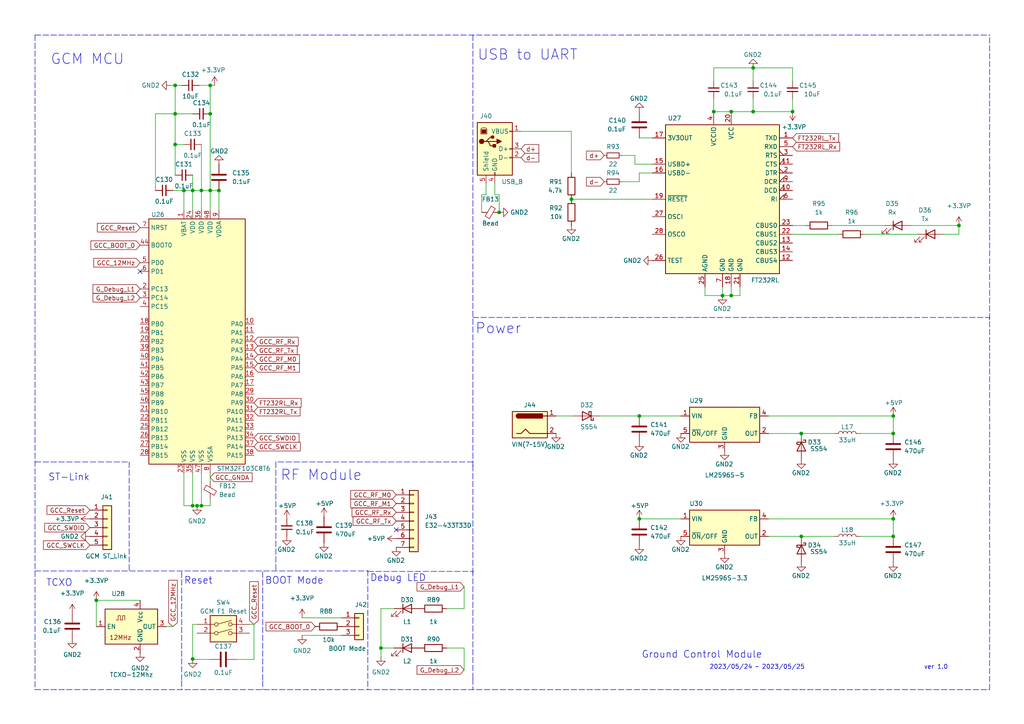
<source format=kicad_sch>
(kicad_sch (version 20250114) (generator "eeschema") (generator_version "9.0")
  (paper "A4")
  (lib_symbols
    (symbol "Connector:Jack-DC" (pin_names (offset 1.016))
      (property "Reference" "J" (at 0 5.334 0))
      (property "Value" "Jack-DC" (at 0 -5.08 0))
      (symbol "Jack-DC_1_1"
        (pin passive line (at 7.62 2.54 180) (length 2.54) (name "~") (number "1"))
        (pin passive line (at 7.62 -2.54 180) (length 2.54) (name "~") (number "2"))
      )
    )
    (symbol "Connector:USB_B" (pin_names (offset 1.016))
      (property "Reference" "J" (at -5.08 11.43 0))
      (property "Value" "USB_B" (at -5.08 8.89 0))
      (symbol "USB_B_1_1"
        (pin passive line (at -2.54 -10.16 90) (length 2.54) (name "Shield") (number "5"))
        (pin power_out line (at 0 -10.16 90) (length 2.54) (name "GND") (number "4"))
        (pin power_out line (at 7.62 5.08 180) (length 2.54) (name "VBUS") (number "1"))
        (pin bidirectional line (at 7.62 0 180) (length 2.54) (name "D+") (number "3"))
        (pin bidirectional line (at 7.62 -2.54 180) (length 2.54) (name "D-") (number "2"))
      )
    )
    (symbol "Connector_Generic:Conn_01x03" (pin_names (offset 1.016) (hide yes))
      (property "Reference" "J" (at 0 5.08 0))
      (property "Value" "Conn_01x03" (at 0 -5.08 0))
      (symbol "Conn_01x03_1_1"
        (pin passive line (at -5.08 2.54 0) (length 3.81) (name "Pin_1") (number "1"))
        (pin passive line (at -5.08 0 0) (length 3.81) (name "Pin_2") (number "2"))
        (pin passive line (at -5.08 -2.54 0) (length 3.81) (name "Pin_3") (number "3"))
      )
    )
    (symbol "Connector_Generic:Conn_01x05" (pin_names (offset 1.016) (hide yes))
      (property "Reference" "J" (at 0 7.62 0))
      (property "Value" "Conn_01x05" (at 0 -7.62 0))
      (symbol "Conn_01x05_1_1"
        (pin passive line (at -5.08 5.08 0) (length 3.81) (name "Pin_1") (number "1"))
        (pin passive line (at -5.08 2.54 0) (length 3.81) (name "Pin_2") (number "2"))
        (pin passive line (at -5.08 0 0) (length 3.81) (name "Pin_3") (number "3"))
        (pin passive line (at -5.08 -2.54 0) (length 3.81) (name "Pin_4") (number "4"))
        (pin passive line (at -5.08 -5.08 0) (length 3.81) (name "Pin_5") (number "5"))
      )
    )
    (symbol "Connector_Generic:Conn_01x07" (pin_names (offset 1.016) (hide yes))
      (property "Reference" "J" (at 0 10.16 0))
      (property "Value" "Conn_01x07" (at 0 -10.16 0))
      (symbol "Conn_01x07_1_1"
        (pin passive line (at -5.08 7.62 0) (length 3.81) (name "Pin_1") (number "1"))
        (pin passive line (at -5.08 5.08 0) (length 3.81) (name "Pin_2") (number "2"))
        (pin passive line (at -5.08 2.54 0) (length 3.81) (name "Pin_3") (number "3"))
        (pin passive line (at -5.08 0 0) (length 3.81) (name "Pin_4") (number "4"))
        (pin passive line (at -5.08 -2.54 0) (length 3.81) (name "Pin_5") (number "5"))
        (pin passive line (at -5.08 -5.08 0) (length 3.81) (name "Pin_6") (number "6"))
        (pin passive line (at -5.08 -7.62 0) (length 3.81) (name "Pin_7") (number "7"))
      )
    )
    (symbol "Device:C" (pin_numbers (hide yes)) (pin_names (offset 0.254))
      (property "Reference" "C" (at 0.635 2.54 0))
      (property "Value" "C" (at 0.635 -2.54 0))
      (symbol "C_1_1"
        (pin passive line (at 0 3.81 270) (length 2.794) (name "~") (number "1"))
        (pin passive line (at 0 -3.81 90) (length 2.794) (name "~") (number "2"))
      )
    )
    (symbol "Device:C_Small" (pin_numbers (hide yes)) (pin_names (offset 0.254) (hide yes))
      (property "Reference" "C" (at 0.254 1.778 0))
      (property "Value" "C_Small" (at 0.254 -2.032 0))
      (symbol "C_Small_1_1"
        (pin passive line (at 0 2.54 270) (length 2.032) (name "~") (number "1"))
        (pin passive line (at 0 -2.54 90) (length 2.032) (name "~") (number "2"))
      )
    )
    (symbol "Device:FerriteBead_Small" (pin_numbers (hide yes)) (pin_names (offset 0))
      (property "Reference" "FB" (at 1.905 1.27 0))
      (property "Value" "FerriteBead_Small" (at 1.905 -1.27 0))
      (symbol "FerriteBead_Small_1_1"
        (pin passive line (at 0 2.54 270) (length 1.27) (name "~") (number "1"))
        (pin passive line (at 0 -2.54 90) (length 1.27) (name "~") (number "2"))
      )
    )
    (symbol "Device:L" (pin_numbers (hide yes)) (pin_names (offset 1.016) (hide yes))
      (property "Reference" "L" (at -1.27 0 90))
      (property "Value" "L" (at 1.905 0 90))
      (symbol "L_1_1"
        (pin passive line (at 0 3.81 270) (length 1.27) (name "1") (number "1"))
        (pin passive line (at 0 -3.81 90) (length 1.27) (name "2") (number "2"))
      )
    )
    (symbol "Device:LED" (pin_numbers (hide yes)) (pin_names (offset 1.016) (hide yes))
      (property "Reference" "D" (at 0 2.54 0))
      (property "Value" "LED" (at 0 -2.54 0))
      (symbol "LED_1_1"
        (pin passive line (at -3.81 0 0) (length 2.54) (name "K") (number "1"))
        (pin passive line (at 3.81 0 180) (length 2.54) (name "A") (number "2"))
      )
    )
    (symbol "Device:R" (pin_numbers (hide yes)) (pin_names (offset 0))
      (property "Reference" "R" (at 2.032 0 90))
      (property "Value" "R" (at 0 0 90))
      (symbol "R_1_1"
        (pin passive line (at 0 3.81 270) (length 1.27) (name "~") (number "1"))
        (pin passive line (at 0 -3.81 90) (length 1.27) (name "~") (number "2"))
      )
    )
    (symbol "Device:R_Small" (pin_numbers (hide yes)) (pin_names (offset 0.254) (hide yes))
      (property "Reference" "R" (at 0.762 0.508 0))
      (property "Value" "R_Small" (at 0.762 -1.016 0))
      (symbol "R_Small_1_1"
        (pin passive line (at 0 2.54 270) (length 0.762) (name "~") (number "1"))
        (pin passive line (at 0 -2.54 90) (length 0.762) (name "~") (number "2"))
      )
    )
    (symbol "Diode:1N5821" (pin_numbers (hide yes)) (pin_names (offset 1.016) (hide yes))
      (property "Reference" "D" (at 0 2.54 0))
      (property "Value" "1N5821" (at 0 -2.54 0))
      (symbol "1N5821_1_1"
        (pin passive line (at -3.81 0 0) (length 2.54) (name "K") (number "1"))
        (pin passive line (at 3.81 0 180) (length 2.54) (name "A") (number "2"))
      )
    )
    (symbol "Interface_USB:FT232RL"
      (property "Reference" "U" (at -16.51 22.86 0))
      (property "Value" "FT232RL" (at 10.16 22.86 0))
      (symbol "FT232RL_1_1"
        (pin power_out line (at -20.32 17.78 0) (length 3.81) (name "3V3OUT") (number "17"))
        (pin bidirectional line (at -20.32 10.16 0) (length 3.81) (name "USBD+") (number "15"))
        (pin bidirectional line (at -20.32 7.62 0) (length 3.81) (name "USBD-") (number "16"))
        (pin input line (at -20.32 0 0) (length 3.81) (name "~{RESET}") (number "19"))
        (pin input line (at -20.32 -5.08 0) (length 3.81) (name "OSCI") (number "27"))
        (pin output line (at -20.32 -10.16 0) (length 3.81) (name "OSCO") (number "28"))
        (pin input line (at -20.32 -17.78 0) (length 3.81) (name "TEST") (number "26"))
        (pin power_in line (at -5.08 -25.4 90) (length 3.81) (name "AGND") (number "25"))
        (pin power_in line (at -2.54 25.4 270) (length 3.81) (name "VCCIO") (number "4"))
        (pin power_in line (at 0 -25.4 90) (length 3.81) (name "GND") (number "7"))
        (pin power_in line (at 2.54 25.4 270) (length 3.81) (name "VCC") (number "20"))
        (pin power_in line (at 2.54 -25.4 90) (length 3.81) (name "GND") (number "18"))
        (pin power_in line (at 5.08 -25.4 90) (length 3.81) (name "GND") (number "21"))
        (pin output line (at 20.32 17.78 180) (length 3.81) (name "TXD") (number "1"))
        (pin input line (at 20.32 15.24 180) (length 3.81) (name "RXD") (number "5"))
        (pin output output_low (at 20.32 12.7 180) (length 3.81) (name "RTS") (number "3"))
        (pin input input_low (at 20.32 10.16 180) (length 3.81) (name "CTS") (number "11"))
        (pin output output_low (at 20.32 7.62 180) (length 3.81) (name "DTR") (number "2"))
        (pin input input_low (at 20.32 5.08 180) (length 3.81) (name "DCR") (number "9"))
        (pin input input_low (at 20.32 2.54 180) (length 3.81) (name "DCD") (number "10"))
        (pin input input_low (at 20.32 0 180) (length 3.81) (name "RI") (number "6"))
        (pin bidirectional line (at 20.32 -7.62 180) (length 3.81) (name "CBUS0") (number "23"))
        (pin bidirectional line (at 20.32 -10.16 180) (length 3.81) (name "CBUS1") (number "22"))
        (pin bidirectional line (at 20.32 -12.7 180) (length 3.81) (name "CBUS2") (number "13"))
        (pin bidirectional line (at 20.32 -15.24 180) (length 3.81) (name "CBUS3") (number "14"))
        (pin bidirectional line (at 20.32 -17.78 180) (length 3.81) (name "CBUS4") (number "12"))
      )
    )
    (symbol "MCU_ST_STM32F1:STM32F103C8Tx"
      (property "Reference" "U" (at -15.24 36.83 0))
      (property "Value" "STM32F103C8Tx" (at 7.62 36.83 0))
      (symbol "STM32F103C8Tx_1_1"
        (pin input line (at -17.78 33.02 0) (length 2.54) (name "NRST") (number "7"))
        (pin input line (at -17.78 27.94 0) (length 2.54) (name "BOOT0") (number "44"))
        (pin input line (at -17.78 22.86 0) (length 2.54) (name "PD0") (number "5"))
        (pin input line (at -17.78 20.32 0) (length 2.54) (name "PD1") (number "6"))
        (pin bidirectional line (at -17.78 15.24 0) (length 2.54) (name "PC13") (number "2"))
        (pin bidirectional line (at -17.78 12.7 0) (length 2.54) (name "PC14") (number "3"))
        (pin bidirectional line (at -17.78 10.16 0) (length 2.54) (name "PC15") (number "4"))
        (pin bidirectional line (at -17.78 5.08 0) (length 2.54) (name "PB0") (number "18"))
        (pin bidirectional line (at -17.78 2.54 0) (length 2.54) (name "PB1") (number "19"))
        (pin bidirectional line (at -17.78 0 0) (length 2.54) (name "PB2") (number "20"))
        (pin bidirectional line (at -17.78 -2.54 0) (length 2.54) (name "PB3") (number "39"))
        (pin bidirectional line (at -17.78 -5.08 0) (length 2.54) (name "PB4") (number "40"))
        (pin bidirectional line (at -17.78 -7.62 0) (length 2.54) (name "PB5") (number "41"))
        (pin bidirectional line (at -17.78 -10.16 0) (length 2.54) (name "PB6") (number "42"))
        (pin bidirectional line (at -17.78 -12.7 0) (length 2.54) (name "PB7") (number "43"))
        (pin bidirectional line (at -17.78 -15.24 0) (length 2.54) (name "PB8") (number "45"))
        (pin bidirectional line (at -17.78 -17.78 0) (length 2.54) (name "PB9") (number "46"))
        (pin bidirectional line (at -17.78 -20.32 0) (length 2.54) (name "PB10") (number "21"))
        (pin bidirectional line (at -17.78 -22.86 0) (length 2.54) (name "PB11") (number "22"))
        (pin bidirectional line (at -17.78 -25.4 0) (length 2.54) (name "PB12") (number "25"))
        (pin bidirectional line (at -17.78 -27.94 0) (length 2.54) (name "PB13") (number "26"))
        (pin bidirectional line (at -17.78 -30.48 0) (length 2.54) (name "PB14") (number "27"))
        (pin bidirectional line (at -17.78 -33.02 0) (length 2.54) (name "PB15") (number "28"))
        (pin power_in line (at -5.08 38.1 270) (length 2.54) (name "VBAT") (number "1"))
        (pin power_in line (at -5.08 -38.1 90) (length 2.54) (name "VSS") (number "23"))
        (pin power_in line (at -2.54 38.1 270) (length 2.54) (name "VDD") (number "24"))
        (pin power_in line (at -2.54 -38.1 90) (length 2.54) (name "VSS") (number "35"))
        (pin power_in line (at 0 38.1 270) (length 2.54) (name "VDD") (number "36"))
        (pin power_in line (at 0 -38.1 90) (length 2.54) (name "VSS") (number "47"))
        (pin power_in line (at 2.54 38.1 270) (length 2.54) (name "VDD") (number "48"))
        (pin power_in line (at 2.54 -38.1 90) (length 2.54) (name "VSSA") (number "8"))
        (pin power_in line (at 5.08 38.1 270) (length 2.54) (name "VDDA") (number "9"))
        (pin bidirectional line (at 15.24 5.08 180) (length 2.54) (name "PA0") (number "10"))
        (pin bidirectional line (at 15.24 2.54 180) (length 2.54) (name "PA1") (number "11"))
        (pin bidirectional line (at 15.24 0 180) (length 2.54) (name "PA2") (number "12"))
        (pin bidirectional line (at 15.24 -2.54 180) (length 2.54) (name "PA3") (number "13"))
        (pin bidirectional line (at 15.24 -5.08 180) (length 2.54) (name "PA4") (number "14"))
        (pin bidirectional line (at 15.24 -7.62 180) (length 2.54) (name "PA5") (number "15"))
        (pin bidirectional line (at 15.24 -10.16 180) (length 2.54) (name "PA6") (number "16"))
        (pin bidirectional line (at 15.24 -12.7 180) (length 2.54) (name "PA7") (number "17"))
        (pin bidirectional line (at 15.24 -15.24 180) (length 2.54) (name "PA8") (number "29"))
        (pin bidirectional line (at 15.24 -17.78 180) (length 2.54) (name "PA9") (number "30"))
        (pin bidirectional line (at 15.24 -20.32 180) (length 2.54) (name "PA10") (number "31"))
        (pin bidirectional line (at 15.24 -22.86 180) (length 2.54) (name "PA11") (number "32"))
        (pin bidirectional line (at 15.24 -25.4 180) (length 2.54) (name "PA12") (number "33"))
        (pin bidirectional line (at 15.24 -27.94 180) (length 2.54) (name "PA13") (number "34"))
        (pin bidirectional line (at 15.24 -30.48 180) (length 2.54) (name "PA14") (number "37"))
        (pin bidirectional line (at 15.24 -33.02 180) (length 2.54) (name "PA15") (number "38"))
      )
    )
    (symbol "MY_CLK:TCXO-12MHz_3OUT"
      (property "Reference" "U" (at -6.35 7.62 0))
      (property "Value" "TCXO-12MHz_3OUT" (at 0 -11.43 0))
      (symbol "TCXO-12MHz_3OUT_0_0"
        (text "12MHz" (at -3.175 -3.175 0) (effects (font (size 1.27 1.27))))
      )
      (symbol "TCXO-12MHz_3OUT_1_1"
        (pin input line (at -10.16 0 0) (length 2.54) (name "EN") (number "1"))
        (pin power_in line (at 2.54 7.62 270) (length 2.54) (name "Vcc") (number "4"))
        (pin power_in line (at 2.54 -7.62 90) (length 2.54) (name "GND") (number "2"))
        (pin output line (at 10.16 0 180) (length 2.54) (name "OUT") (number "3"))
      )
    )
    (symbol "Regulator_Switching:LM2596S-3.3"
      (property "Reference" "U" (at -10.16 6.35 0))
      (property "Value" "LM2596S-3.3" (at 0 6.35 0))
      (symbol "LM2596S-3.3_1_1"
        (pin power_in line (at -12.7 2.54 0) (length 2.54) (name "VIN") (number "1"))
        (pin input line (at -12.7 -2.54 0) (length 2.54) (name "~{ON}/OFF") (number "5"))
        (pin power_in line (at 0 -7.62 90) (length 2.54) (name "GND") (number "3"))
        (pin input line (at 12.7 2.54 180) (length 2.54) (name "FB") (number "4"))
        (pin output line (at 12.7 -2.54 180) (length 2.54) (name "OUT") (number "2"))
      )
    )
    (symbol "Regulator_Switching:LM2596S-5"
      (property "Reference" "U" (at -10.16 6.35 0))
      (property "Value" "LM2596S-5" (at 0 6.35 0))
      (symbol "LM2596S-5_1_1"
        (pin power_in line (at -12.7 2.54 0) (length 2.54) (name "VIN") (number "1"))
        (pin input line (at -12.7 -2.54 0) (length 2.54) (name "~{ON}/OFF") (number "5"))
        (pin power_in line (at 0 -7.62 90) (length 2.54) (name "GND") (number "3"))
        (pin input line (at 12.7 2.54 180) (length 2.54) (name "FB") (number "4"))
        (pin output line (at 12.7 -2.54 180) (length 2.54) (name "OUT") (number "2"))
      )
    )
    (symbol "Switch:SW_DIP_x02" (pin_names (offset 0) (hide yes))
      (property "Reference" "SW" (at 0 6.35 0))
      (property "Value" "SW_DIP_x02" (at 0 -3.81 0))
      (symbol "SW_DIP_x02_1_1"
        (pin passive line (at -7.62 2.54 0) (length 5.08) (name "~") (number "1"))
        (pin passive line (at -7.62 0 0) (length 5.08) (name "~") (number "2"))
        (pin passive line (at 7.62 2.54 180) (length 5.08) (name "~") (number "4"))
        (pin passive line (at 7.62 0 180) (length 5.08) (name "~") (number "3"))
      )
    )
    (symbol "power:+3.3VP" (power) (pin_names (offset 0))
      (property "Value" "+3.3VP" (at 0 2.54 0))
      (symbol "+3.3VP_0_0"
        (pin power_in line (at 0 0 90) (length 0) (hide yes) (name "+3.3VP") (number "1"))
      )
    )
    (symbol "power:+5VP" (power) (pin_names (offset 0))
      (property "Value" "+5VP" (at 0 3.556 0))
      (symbol "+5VP_1_1"
        (pin power_in line (at 0 0 90) (length 0) (hide yes) (name "+5VP") (number "1"))
      )
    )
    (symbol "power:GND2" (power) (pin_names (offset 0))
      (property "Value" "GND2" (at 0 -3.81 0))
      (symbol "GND2_1_1"
        (pin power_in line (at 0 0 270) (length 0) (hide yes) (name "GND2") (number "1"))
      )
    )
  )
  (text "BOOT Mode" (at 76.835 169.672 0) (effects (font (size 2 2)) (justify left bottom)))
  (text "Ground Control Module" (at 186.055 191.135 0) (effects (font (size 2 2)) (justify left bottom)))
  (text "2023/05/24 ~ 2023/05/25" (at 205.74 194.31 0) (effects (font (size 1.27 1.27)) (justify left bottom)))
  (text "RF Module" (at 81.28 139.7 0) (effects (font (size 3 3)) (justify left bottom)))
  (text "ST-Link" (at 13.97 139.7 0) (effects (font (size 2 2)) (justify left bottom)))
  (text "Reset" (at 53.34 169.672 0) (effects (font (size 2 2)) (justify left bottom)))
  (text "TCXO" (at 13.335 170.307 0) (effects (font (size 2 2)) (justify left bottom)))
  (text "ver 1.0" (at 267.97 194.31 0) (effects (font (size 1.27 1.27)) (justify left bottom)))
  (text "Debug LED" (at 107.315 168.91 0) (effects (font (size 2 2)) (justify left bottom)))
  (text "GCM MCU" (at 14.605 19.05 0) (effects (font (size 3 3)) (justify left bottom)))
  (text "USB to UART" (at 138.43 17.78 0) (effects (font (size 3 3)) (justify left bottom)))
  (text "Power" (at 137.795 97.155 0) (effects (font (size 3 3)) (justify left bottom)))
  (junction (at 58.42 55.245))
  (junction (at 212.09 32.385))
  (junction (at 232.41 155.575))
  (junction (at 185.42 120.65))
  (junction (at 207.01 32.385))
  (junction (at 58.42 146.685))
  (junction (at 57.15 146.685))
  (junction (at 110.49 187.96))
  (junction (at 259.08 125.73))
  (junction (at 259.08 120.65))
  (junction (at 278.13 65.405))
  (junction (at 209.55 85.725))
  (junction (at 27.94 174.117))
  (junction (at 55.88 191.135))
  (junction (at 218.44 19.685))
  (junction (at 50.8 24.765))
  (junction (at 60.96 33.02))
  (junction (at 229.87 32.385))
  (junction (at 185.42 150.495))
  (junction (at 60.96 24.765))
  (junction (at 53.34 55.245))
  (junction (at 232.41 125.73))
  (junction (at 165.735 57.785))
  (junction (at 55.88 55.245))
  (junction (at 50.8 41.91))
  (junction (at 144.78 61.595))
  (junction (at 212.09 85.725))
  (junction (at 60.96 55.245))
  (junction (at 259.08 150.495))
  (junction (at 218.44 32.385))
  (junction (at 259.08 155.575))
  (junction (at 55.88 146.685))
  (junction (at 63.5 55.245))
  (junction (at 50.8 33.02))
  (no_connect (at 40.64 78.74))
  (no_connect (at 114.935 153.67))
  (wire (pts (xy 49.53 24.765) (xy 50.8 24.765)))
  (wire (pts (xy 27.94 181.737) (xy 27.94 174.117)))
  (wire (pts (xy 241.3 65.405) (xy 256.54 65.405)))
  (wire (pts (xy 55.88 191.135) (xy 55.88 191.262)))
  (wire (pts (xy 134.62 194.31) (xy 134.62 187.96)))
  (wire (pts (xy 55.88 191.262) (xy 60.96 191.262)))
  (wire (pts (xy 110.49 187.96) (xy 110.49 176.53)))
  (wire (pts (xy 229.87 67.945) (xy 243.205 67.945)))
  (wire (pts (xy 259.08 150.495) (xy 259.08 155.575)))
  (wire (pts (xy 134.62 170.18) (xy 134.62 176.53)))
  (wire (pts (xy 134.62 187.96) (xy 129.54 187.96)))
  (wire (pts (xy 143.51 56.515) (xy 144.78 56.515)))
  (wire (pts (xy 249.555 155.575) (xy 259.08 155.575)))
  (wire (pts (xy 58.42 55.245) (xy 58.42 60.96)))
  (wire (pts (xy 212.09 85.725) (xy 214.63 85.725)))
  (polyline (pts (xy 106.68 165.735) (xy 137.16 165.735)) (stroke (width 0) (type dash)))
  (wire (pts (xy 222.885 125.73) (xy 232.41 125.73)))
  (wire (pts (xy 218.44 19.685) (xy 229.87 19.685)))
  (wire (pts (xy 53.34 55.245) (xy 53.34 60.96)))
  (wire (pts (xy 207.01 19.685) (xy 218.44 19.685)))
  (wire (pts (xy 50.165 55.245) (xy 53.34 55.245)))
  (polyline (pts (xy 37.465 133.985) (xy 37.465 165.735)) (stroke (width 0) (type dash)))
  (polyline (pts (xy 52.705 197.485) (xy 52.705 200.025)) (stroke (width 0) (type dash)))
  (wire (pts (xy 249.555 125.73) (xy 259.08 125.73)))
  (wire (pts (xy 214.63 85.725) (xy 214.63 83.185)))
  (wire (pts (xy 232.41 125.73) (xy 241.935 125.73)))
  (wire (pts (xy 55.88 55.245) (xy 55.88 60.96)))
  (polyline (pts (xy 10.16 10.16) (xy 287.02 10.16)) (stroke (width 0) (type dash)))
  (polyline (pts (xy 10.16 10.16) (xy 10.16 200.025)) (stroke (width 0) (type dash)))
  (wire (pts (xy 110.49 176.53) (xy 114.3 176.53)))
  (wire (pts (xy 60.96 146.685) (xy 60.96 144.78)))
  (polyline (pts (xy 106.68 196.85) (xy 106.68 165.1)) (stroke (width 0) (type dash)))
  (wire (pts (xy 55.88 181.102) (xy 55.88 191.135)))
  (wire (pts (xy 222.885 120.65) (xy 259.08 120.65)))
  (wire (pts (xy 110.49 187.96) (xy 114.3 187.96)))
  (wire (pts (xy 204.47 85.725) (xy 209.55 85.725)))
  (wire (pts (xy 185.42 150.495) (xy 197.485 150.495)))
  (wire (pts (xy 53.34 146.685) (xy 55.88 146.685)))
  (wire (pts (xy 209.55 83.185) (xy 209.55 85.725)))
  (polyline (pts (xy 137.16 135.255) (xy 137.16 133.985)) (stroke (width 0) (type dash)))
  (wire (pts (xy 229.87 23.495) (xy 229.87 19.685)))
  (wire (pts (xy 50.8 33.02) (xy 50.8 41.91)))
  (wire (pts (xy 27.94 174.117) (xy 40.64 174.117)))
  (wire (pts (xy 58.42 55.245) (xy 60.96 55.245)))
  (wire (pts (xy 50.8 33.02) (xy 55.88 33.02)))
  (wire (pts (xy 55.88 50.8) (xy 55.88 55.245)))
  (wire (pts (xy 87.63 184.277) (xy 99.06 184.277)))
  (wire (pts (xy 60.96 33.02) (xy 60.96 55.245)))
  (wire (pts (xy 55.88 55.245) (xy 58.42 55.245)))
  (wire (pts (xy 273.685 67.945) (xy 278.13 67.945)))
  (wire (pts (xy 180.34 52.705) (xy 185.42 52.705)))
  (polyline (pts (xy 137.16 10.16) (xy 137.16 133.985)) (stroke (width 0) (type dash)))
  (wire (pts (xy 173.99 120.65) (xy 185.42 120.65)))
  (polyline (pts (xy 137.16 166.37) (xy 137.16 134.62)) (stroke (width 0) (type dash)))
  (polyline (pts (xy 10.16 133.985) (xy 37.465 133.985)) (stroke (width 0) (type dash)))
  (polyline (pts (xy 137.16 196.85) (xy 137.16 165.1)) (stroke (width 0) (type dash)))
  (wire (pts (xy 185.42 40.005) (xy 189.23 40.005)))
  (wire (pts (xy 62.23 24.765) (xy 60.96 24.765)))
  (polyline (pts (xy 137.16 196.85) (xy 137.16 200.025)) (stroke (width 0) (type dash)))
  (wire (pts (xy 63.5 55.245) (xy 63.5 60.96)))
  (wire (pts (xy 264.16 65.405) (xy 278.13 65.405)))
  (polyline (pts (xy 76.2 165.862) (xy 76.2 197.612)) (stroke (width 0) (type dash)))
  (wire (pts (xy 60.96 55.245) (xy 60.96 60.96)))
  (wire (pts (xy 60.96 24.765) (xy 60.96 33.02)))
  (wire (pts (xy 250.825 67.945) (xy 266.065 67.945)))
  (wire (pts (xy 218.44 19.685) (xy 218.44 23.495)))
  (wire (pts (xy 212.09 32.385) (xy 218.44 32.385)))
  (wire (pts (xy 207.01 19.685) (xy 207.01 23.495)))
  (wire (pts (xy 204.47 83.185) (xy 204.47 85.725)))
  (wire (pts (xy 60.96 137.16) (xy 60.96 139.7)))
  (wire (pts (xy 140.97 56.515) (xy 140.97 53.34)))
  (wire (pts (xy 50.8 41.91) (xy 53.34 41.91)))
  (wire (pts (xy 50.8 24.765) (xy 52.705 24.765)))
  (wire (pts (xy 45.085 33.02) (xy 50.8 33.02)))
  (wire (pts (xy 161.29 120.65) (xy 166.37 120.65)))
  (wire (pts (xy 58.42 146.685) (xy 60.96 146.685)))
  (wire (pts (xy 87.63 179.197) (xy 99.06 179.197)))
  (polyline (pts (xy 137.16 92.075) (xy 287.02 92.075)) (stroke (width 0) (type dash)))
  (wire (pts (xy 259.08 120.65) (xy 259.08 125.73)))
  (wire (pts (xy 53.34 137.16) (xy 53.34 146.685)))
  (wire (pts (xy 232.41 155.575) (xy 241.935 155.575)))
  (wire (pts (xy 73.66 181.102) (xy 73.66 191.262)))
  (polyline (pts (xy 106.68 197.485) (xy 106.68 200.025)) (stroke (width 0) (type dash)))
  (wire (pts (xy 57.785 24.765) (xy 60.96 24.765)))
  (wire (pts (xy 48.26 181.737) (xy 50.165 181.737)))
  (wire (pts (xy 209.55 85.725) (xy 212.09 85.725)))
  (polyline (pts (xy 52.705 165.862) (xy 52.705 197.612)) (stroke (width 0) (type dash)))
  (wire (pts (xy 222.885 155.575) (xy 232.41 155.575)))
  (wire (pts (xy 139.7 56.515) (xy 140.97 56.515)))
  (wire (pts (xy 57.15 146.685) (xy 58.42 146.685)))
  (wire (pts (xy 165.735 57.785) (xy 189.23 57.785)))
  (wire (pts (xy 212.09 83.185) (xy 212.09 85.725)))
  (polyline (pts (xy 137.16 133.985) (xy 80.01 133.985)) (stroke (width 0) (type dash)))
  (wire (pts (xy 184.15 47.625) (xy 184.15 45.085)))
  (wire (pts (xy 57.15 181.102) (xy 55.88 181.102)))
  (wire (pts (xy 189.23 47.625) (xy 184.15 47.625)))
  (polyline (pts (xy 10.16 165.608) (xy 106.68 165.608)) (stroke (width 0) (type dash)))
  (wire (pts (xy 185.42 52.705) (xy 185.42 50.165)))
  (polyline (pts (xy 76.2 197.485) (xy 76.2 200.025)) (stroke (width 0) (type dash)))
  (wire (pts (xy 185.42 120.65) (xy 197.485 120.65)))
  (polyline (pts (xy 287.02 92.075) (xy 287.02 92.71)) (stroke (width 0) (type dash)))
  (polyline (pts (xy 80.01 133.985) (xy 80.01 165.735)) (stroke (width 0) (type dash)))
  (wire (pts (xy 73.66 191.262) (xy 68.58 191.262)))
  (wire (pts (xy 185.42 50.165) (xy 189.23 50.165)))
  (wire (pts (xy 53.34 55.245) (xy 55.88 55.245)))
  (wire (pts (xy 50.8 41.91) (xy 50.8 50.8)))
  (wire (pts (xy 278.13 65.405) (xy 278.13 67.945)))
  (wire (pts (xy 110.49 190.5) (xy 110.49 187.96)))
  (wire (pts (xy 184.15 45.085) (xy 180.34 45.085)))
  (wire (pts (xy 50.8 24.765) (xy 50.8 33.02)))
  (wire (pts (xy 60.96 55.245) (xy 63.5 55.245)))
  (wire (pts (xy 165.735 50.165) (xy 165.735 38.1)))
  (wire (pts (xy 207.01 32.385) (xy 212.09 32.385)))
  (wire (pts (xy 58.42 137.16) (xy 58.42 146.685)))
  (wire (pts (xy 134.62 176.53) (xy 129.54 176.53)))
  (wire (pts (xy 207.01 28.575) (xy 207.01 32.385)))
  (wire (pts (xy 144.78 56.515) (xy 144.78 61.595)))
  (wire (pts (xy 229.87 32.385) (xy 229.87 28.575)))
  (wire (pts (xy 139.7 61.595) (xy 139.7 56.515)))
  (wire (pts (xy 55.88 137.16) (xy 55.88 146.685)))
  (polyline (pts (xy 287.02 200.025) (xy 287.02 10.16)) (stroke (width 0) (type dash)))
  (wire (pts (xy 72.39 181.102) (xy 73.66 181.102)))
  (wire (pts (xy 218.44 32.385) (xy 229.87 32.385)))
  (wire (pts (xy 229.87 65.405) (xy 233.68 65.405)))
  (wire (pts (xy 218.44 28.575) (xy 218.44 32.385)))
  (wire (pts (xy 45.085 55.245) (xy 45.085 33.02)))
  (wire (pts (xy 58.42 41.91) (xy 58.42 55.245)))
  (wire (pts (xy 143.51 53.34) (xy 143.51 56.515)))
  (wire (pts (xy 222.885 150.495) (xy 259.08 150.495)))
  (polyline (pts (xy 10.16 200.025) (xy 287.02 200.025)) (stroke (width 0) (type dash)))
  (wire (pts (xy 55.88 146.685) (xy 57.15 146.685)))
  (wire (pts (xy 165.735 38.1) (xy 151.13 38.1)))
  (global_label "GCC_SWCLK" (shape input) (at 26.035 158.115 180) (property "Intersheetrefs" "${INTERSHEET_REFS}" (effects (hide yes))))
  (global_label "G_Debug_L2" (shape input) (at 40.64 86.36 180) (property "Intersheetrefs" "${INTERSHEET_REFS}" (effects (hide yes))))
  (global_label "G_Debug_L2" (shape input) (at 134.62 194.31 180) (property "Intersheetrefs" "${INTERSHEET_REFS}" (effects (hide yes))))
  (global_label "FT232RL_Rx" (shape input) (at 73.66 116.84 0) (property "Intersheetrefs" "${INTERSHEET_REFS}" (effects (hide yes))))
  (global_label "G_Debug_L1" (shape input) (at 134.62 170.18 180) (property "Intersheetrefs" "${INTERSHEET_REFS}" (effects (hide yes))))
  (global_label "GCC_RF_Tx" (shape input) (at 73.66 101.6 0) (property "Intersheetrefs" "${INTERSHEET_REFS}" (effects (hide yes))))
  (global_label "GCC_RF_Rx" (shape input) (at 73.66 99.06 0) (property "Intersheetrefs" "${INTERSHEET_REFS}" (effects (hide yes))))
  (global_label "GCC_12MHz" (shape input) (at 40.64 76.2 180) (property "Intersheetrefs" "${INTERSHEET_REFS}" (effects (hide yes))))
  (global_label "GCC_SWCLK" (shape input) (at 73.66 129.54 0) (property "Intersheetrefs" "${INTERSHEET_REFS}" (effects (hide yes))))
  (global_label "GCC_SWDIO" (shape input) (at 26.035 153.035 180) (property "Intersheetrefs" "${INTERSHEET_REFS}" (effects (hide yes))))
  (global_label "d-" (shape input) (at 151.13 45.72 0) (property "Intersheetrefs" "${INTERSHEET_REFS}" (effects (hide yes))))
  (global_label "FT232RL_Rx" (shape input) (at 229.87 42.545 0) (property "Intersheetrefs" "${INTERSHEET_REFS}" (effects (hide yes))))
  (global_label "GCC_BOOT_0" (shape input) (at 91.44 181.737 180) (property "Intersheetrefs" "${INTERSHEET_REFS}" (effects (hide yes))))
  (global_label "GCC_12MHz" (shape input) (at 50.165 181.737 90) (property "Intersheetrefs" "${INTERSHEET_REFS}" (effects (hide yes))))
  (global_label "d+" (shape input) (at 151.13 43.18 0) (property "Intersheetrefs" "${INTERSHEET_REFS}" (effects (hide yes))))
  (global_label "d-" (shape input) (at 175.26 52.705 180) (property "Intersheetrefs" "${INTERSHEET_REFS}" (effects (hide yes))))
  (global_label "G_Debug_L1" (shape input) (at 40.64 83.82 180) (property "Intersheetrefs" "${INTERSHEET_REFS}" (effects (hide yes))))
  (global_label "GCC_RF_M0" (shape input) (at 114.935 143.51 180) (property "Intersheetrefs" "${INTERSHEET_REFS}" (effects (hide yes))))
  (global_label "FT232RL_Tx" (shape input) (at 229.87 40.005 0) (property "Intersheetrefs" "${INTERSHEET_REFS}" (effects (hide yes))))
  (global_label "FT232RL_Tx" (shape input) (at 73.66 119.38 0) (property "Intersheetrefs" "${INTERSHEET_REFS}" (effects (hide yes))))
  (global_label "GCC_GNDA" (shape input) (at 60.96 138.43 0) (property "Intersheetrefs" "${INTERSHEET_REFS}" (effects (hide yes))))
  (global_label "GCC_RF_M1" (shape input) (at 73.66 106.68 0) (property "Intersheetrefs" "${INTERSHEET_REFS}" (effects (hide yes))))
  (global_label "d+" (shape input) (at 175.26 45.085 180) (property "Intersheetrefs" "${INTERSHEET_REFS}" (effects (hide yes))))
  (global_label "GCC_RF_Tx" (shape input) (at 114.935 151.13 180) (property "Intersheetrefs" "${INTERSHEET_REFS}" (effects (hide yes))))
  (global_label "GCC_BOOT_0" (shape input) (at 40.64 71.12 180) (property "Intersheetrefs" "${INTERSHEET_REFS}" (effects (hide yes))))
  (global_label "GCC_Reset" (shape input) (at 40.64 66.04 180) (property "Intersheetrefs" "${INTERSHEET_REFS}" (effects (hide yes))))
  (global_label "GCC_RF_Rx" (shape input) (at 114.935 148.59 180) (property "Intersheetrefs" "${INTERSHEET_REFS}" (effects (hide yes))))
  (global_label "GCC_Reset" (shape input) (at 26.035 147.955 180) (property "Intersheetrefs" "${INTERSHEET_REFS}" (effects (hide yes))))
  (global_label "GCC_RF_M0" (shape input) (at 73.66 104.14 0) (property "Intersheetrefs" "${INTERSHEET_REFS}" (effects (hide yes))))
  (global_label "GCC_SWDIO" (shape input) (at 73.66 127 0) (property "Intersheetrefs" "${INTERSHEET_REFS}" (effects (hide yes))))
  (global_label "GCC_Reset" (shape input) (at 73.66 181.102 90) (property "Intersheetrefs" "${INTERSHEET_REFS}" (effects (hide yes))))
  (global_label "GCC_RF_M1" (shape input) (at 114.935 146.05 180) (property "Intersheetrefs" "${INTERSHEET_REFS}" (effects (hide yes))))
  (symbol (lib_id "power:+3.3VP") (at 62.23 24.765 0) (unit 1)
    (property "Reference" "#PWR0437" (effects (hide yes)))
    (property "Value" "+3.3VP" (at 65.405 20.32 0) (effects (justify right)))
  )
  (symbol (lib_id "power:GND2") (at 259.08 133.35 0) (unit 1)
    (property "Reference" "#PWR0453" (effects (hide yes)))
    (property "Value" "GND2" (at 261.62 137.16 0) (effects (justify right)))
  )
  (symbol (lib_id "Regulator_Switching:LM2596S-5") (at 210.185 123.19 0) (unit 1)
    (property "Reference" "U29" (at 201.93 116.205 0))
    (property "Value" "LM2596S-5" (at 210.185 137.795 0))
    (property "Footprint" "Package_TO_SOT_SMD:TO-263-5_TabPin3" (effects (hide yes)))
    (property "Datasheet" "http://www.ti.com/lit/ds/symlink/lm2596.pdf" (effects (hide yes)))
  )
  (symbol (lib_id "power:GND2") (at 110.49 190.5 0) (unit 1)
    (property "Reference" "#PWR0441" (effects (hide yes)))
    (property "Value" "GND2" (at 110.49 194.945 0))
  )
  (symbol (lib_id "Device:FerriteBead_Small") (at 142.24 61.595 90) (unit 1)
    (property "Reference" "FB13" (at 142.24 57.785 90))
    (property "Value" "Bead" (at 142.24 64.77 90))
    (property "Footprint" "Inductor_SMD:L_0805_2012Metric" (effects (hide yes)))
  )
  (symbol (lib_id "Device:C") (at 259.08 129.54 0) (unit 1)
    (property "Reference" "C146" (at 262.255 128.2699 0) (effects (justify left)))
    (property "Value" "470uF" (at 262.255 130.8099 0) (effects (justify left)))
    (property "Footprint" "PCB:MVG25WV470M" (effects (hide yes)))
  )
  (symbol (lib_id "power:GND2") (at 189.23 75.565 270) (unit 1)
    (property "Reference" "#PWR0444" (effects (hide yes)))
    (property "Value" "GND2" (at 186.055 75.565 90) (effects (justify right)))
  )
  (symbol (lib_id "Switch:SW_DIP_x02") (at 64.77 183.642 0) (unit 1)
    (property "Reference" "SW4" (at 64.77 174.752 0))
    (property "Value" "GCM F1 Reset" (at 64.77 177.292 0))
    (property "Footprint" "PCB:SW_SMD_IT-1107" (effects (hide yes)))
  )
  (symbol (lib_id "power:+3.3VP") (at 87.63 179.197 0) (unit 1)
    (property "Reference" "#PWR0439" (effects (hide yes)))
    (property "Value" "+3.3VP" (at 87.63 173.482 0))
  )
  (symbol (lib_id "Connector:Jack-DC") (at 153.67 123.19 0) (unit 1)
    (property "Reference" "J44" (at 153.67 117.475 0))
    (property "Value" "VIN(7~15V)" (at 153.67 128.905 0))
    (property "Footprint" "Connector_BarrelJack:BarrelJack_Horizontal" (effects (hide yes)))
  )
  (symbol (lib_id "Connector_Generic:Conn_01x07") (at 120.015 151.13 0) (unit 1)
    (property "Reference" "J43" (at 123.19 149.8599 0) (effects (justify left)))
    (property "Value" "E32-433T33D" (at 123.19 152.3999 0) (effects (justify left)))
    (property "Footprint" "Connector_PinHeader_2.54mm:PinHeader_1x07_P2.54mm_Vertical" (effects (hide yes)))
  )
  (symbol (lib_id "Device:R") (at 247.015 67.945 90) (unit 1)
    (property "Reference" "R96" (at 247.015 61.595 90))
    (property "Value" "1k" (at 247.015 64.135 90))
    (property "Footprint" "Resistor_SMD:R_0805_2012Metric" (effects (hide yes)))
  )
  (symbol (lib_id "power:GND2") (at 185.42 128.27 0) (unit 1)
    (property "Reference" "#PWR0458" (effects (hide yes)))
    (property "Value" "GND2" (at 187.96 132.08 0) (effects (justify right)))
  )
  (symbol (lib_id "power:+3.3VP") (at 259.08 150.495 0) (unit 1)
    (property "Reference" "#PWR0448" (effects (hide yes)))
    (property "Value" "+3.3VP" (at 262.255 146.05 0) (effects (justify right)))
  )
  (symbol (lib_id "power:GND2") (at 259.08 163.195 0) (unit 1)
    (property "Reference" "#PWR0447" (effects (hide yes)))
    (property "Value" "GND2" (at 261.62 167.005 0) (effects (justify right)))
  )
  (symbol (lib_id "power:GND2") (at 218.44 19.685 0) (mirror x) (unit 1)
    (property "Reference" "#PWR0461" (effects (hide yes)))
    (property "Value" "GND2" (at 220.98 15.875 0) (effects (justify right)))
  )
  (symbol (lib_id "power:+5VP") (at 83.185 150.495 0) (unit 1)
    (property "Reference" "#PWR0433" (effects (hide yes)))
    (property "Value" "+5VP" (at 80.645 146.685 0) (effects (justify left)))
  )
  (symbol (lib_id "Diode:1N5821") (at 170.18 120.65 180) (unit 1)
    (property "Reference" "D32" (at 170.18 117.475 0))
    (property "Value" "SS54" (at 170.815 123.825 0))
    (property "Footprint" "PCB:SS54" (effects (hide yes)))
    (property "Datasheet" "http://www.vishay.com/docs/88526/1n5820.pdf" (effects (hide yes)))
  )
  (symbol (lib_id "power:GND2") (at 185.42 32.385 0) (mirror x) (unit 1)
    (property "Reference" "#PWR0445" (effects (hide yes)))
    (property "Value" "GND2" (at 187.96 28.575 0) (effects (justify right)))
  )
  (symbol (lib_id "power:+5VP") (at 185.42 150.495 0) (unit 1)
    (property "Reference" "#PWR0452" (effects (hide yes)))
    (property "Value" "+5VP" (at 182.88 146.685 0) (effects (justify left)))
  )
  (symbol (lib_id "power:+5VP") (at 114.935 156.21 90) (unit 1)
    (property "Reference" "#PWR0431" (effects (hide yes)))
    (property "Value" "+5VP" (at 111.76 156.2099 90) (effects (justify left)))
  )
  (symbol (lib_id "Diode:1N5821") (at 232.41 159.385 270) (unit 1)
    (property "Reference" "D34" (at 236.22 158.115 90))
    (property "Value" "SS54" (at 237.49 160.02 90))
    (property "Footprint" "PCB:SS54" (effects (hide yes)))
    (property "Datasheet" "http://www.vishay.com/docs/88526/1n5820.pdf" (effects (hide yes)))
  )
  (symbol (lib_id "Connector_Generic:Conn_01x05") (at 31.115 153.035 0) (unit 1)
    (property "Reference" "J41" (at 29.21 144.145 0) (effects (justify left)))
    (property "Value" "GCM ST_Link" (at 24.765 161.29 0) (effects (justify left)))
    (property "Footprint" "Connector_PinHeader_2.54mm:PinHeader_1x05_P2.54mm_Vertical" (effects (hide yes)))
  )
  (symbol (lib_id "power:GND2") (at 114.935 158.75 0) (unit 1)
    (property "Reference" "#PWR0430" (effects (hide yes)))
    (property "Value" "GND2" (at 117.475 162.56 0) (effects (justify right)))
  )
  (symbol (lib_id "power:GND2") (at 57.15 146.685 0) (unit 1)
    (property "Reference" "#PWR0422" (effects (hide yes)))
    (property "Value" "GND2" (at 57.15 151.13 0))
  )
  (symbol (lib_id "Device:C") (at 63.5 51.435 0) (mirror y) (unit 1)
    (property "Reference" "C135" (at 67.31 50.165 0) (effects (justify right)))
    (property "Value" "0.1uF" (at 67.31 52.705 0) (effects (justify right)))
    (property "Footprint" "Capacitor_SMD:C_0805_2012Metric" (effects (hide yes)))
  )
  (symbol (lib_id "power:GND2") (at 83.185 155.575 0) (unit 1)
    (property "Reference" "#PWR0435" (effects (hide yes)))
    (property "Value" "GND2" (at 85.725 159.385 0) (effects (justify right)))
  )
  (symbol (lib_id "Device:LED") (at 269.875 67.945 0) (unit 1)
    (property "Reference" "D36" (at 268.2875 60.96 0))
    (property "Value" "Tx" (at 268.2875 63.5 0))
    (property "Footprint" "LED_SMD:LED_0805_2012Metric" (effects (hide yes)))
  )
  (symbol (lib_id "power:GND2") (at 232.41 133.35 0) (unit 1)
    (property "Reference" "#PWR0454" (effects (hide yes)))
    (property "Value" "GND2" (at 234.95 137.16 0) (effects (justify right)))
  )
  (symbol (lib_id "Device:C_Small") (at 83.185 153.035 180) (unit 1)
    (property "Reference" "C138" (at 85.725 151.7585 0) (effects (justify right)))
    (property "Value" "0.1uF" (at 85.725 154.2985 0) (effects (justify right)))
    (property "Footprint" "Capacitor_SMD:C_0805_2012Metric" (effects (hide yes)))
  )
  (symbol (lib_id "power:GND2") (at 63.5 47.625 180) (unit 1)
    (property "Reference" "#PWR0436" (effects (hide yes)))
    (property "Value" "GND2" (at 60.96 43.815 0) (effects (justify right)))
  )
  (symbol (lib_id "Device:R") (at 125.73 176.53 90) (unit 1)
    (property "Reference" "R89" (at 125.73 173.99 90))
    (property "Value" "1k" (at 125.73 180.34 90))
    (property "Footprint" "Resistor_SMD:R_0805_2012Metric" (effects (hide yes)))
  )
  (symbol (lib_id "power:+5VP") (at 259.08 120.65 0) (unit 1)
    (property "Reference" "#PWR0462" (effects (hide yes)))
    (property "Value" "+5VP" (at 256.54 116.84 0) (effects (justify left)))
  )
  (symbol (lib_id "Connector:USB_B") (at 143.51 43.18 0) (unit 1)
    (property "Reference" "J40" (at 140.97 33.655 0))
    (property "Value" "USB_B" (at 148.59 52.705 0))
    (property "Footprint" "Connector_USB:USB_B_Lumberg_2411_02_Horizontal" (effects (hide yes)))
    (property "Datasheet" " ~" (effects (hide yes)))
  )
  (symbol (lib_id "Device:C") (at 64.77 191.262 90) (unit 1)
    (property "Reference" "C137" (at 64.77 187.452 90))
    (property "Value" "0.1uF" (at 64.77 195.072 90))
    (property "Footprint" "Capacitor_SMD:C_0805_2012Metric" (effects (hide yes)))
  )
  (symbol (lib_id "power:GND2") (at 210.185 130.81 0) (unit 1)
    (property "Reference" "#PWR0456" (effects (hide yes)))
    (property "Value" "GND2" (at 212.725 134.62 0) (effects (justify right)))
  )
  (symbol (lib_id "Device:C_Small") (at 55.245 24.765 90) (unit 1)
    (property "Reference" "C132" (at 55.245 21.59 90))
    (property "Value" "10uF" (at 55.245 27.94 90))
    (property "Footprint" "Capacitor_SMD:C_1206_3216Metric" (effects (hide yes)))
  )
  (symbol (lib_id "Device:LED") (at 118.11 176.53 0) (unit 1)
    (property "Reference" "D30" (at 118.11 173.99 0))
    (property "Value" "L1" (at 118.11 180.34 0))
    (property "Footprint" "LED_SMD:LED_0805_2012Metric" (effects (hide yes)))
  )
  (symbol (lib_id "power:+3.3VP") (at 26.035 150.495 90) (unit 1)
    (property "Reference" "#PWR0425" (effects (hide yes)))
    (property "Value" "+3.3VP" (at 15.875 150.495 90) (effects (justify right)))
  )
  (symbol (lib_id "power:GND2") (at 161.29 125.73 0) (unit 1)
    (property "Reference" "#PWR0457" (effects (hide yes)))
    (property "Value" "GND2" (at 163.83 129.54 0) (effects (justify right)))
  )
  (symbol (lib_id "Device:C_Small") (at 218.44 26.035 180) (unit 1)
    (property "Reference" "C144" (at 222.885 24.765 0))
    (property "Value" "0.1uF" (at 224.155 27.305 0))
    (property "Footprint" "Capacitor_SMD:C_0805_2012Metric" (effects (hide yes)))
  )
  (symbol (lib_id "MY_CLK:TCXO-12MHz_3OUT") (at 38.1 181.737 0) (unit 1)
    (property "Reference" "U28" (at 34.29 172.212 0))
    (property "Value" "TCXO-12Mhz" (at 38.1 195.707 0))
    (property "Footprint" "PCB:ECS-TXO-2016-33-120-TR" (effects (hide yes)))
  )
  (symbol (lib_id "MCU_ST_STM32F1:STM32F103C8Tx") (at 58.42 99.06 0) (unit 1)
    (property "Reference" "U26" (at 43.815 62.23 0) (effects (justify left)))
    (property "Value" "STM32F103C8T6" (at 62.865 135.89 0) (effects (justify left)))
    (property "Footprint" "Package_QFP:LQFP-48_7x7mm_P0.5mm" (effects (hide yes)))
    (property "Datasheet" "http://www.st.com/st-web-ui/static/active/en/resource/technical/document/datasheet/CD00161566.pdf" (effects (hide yes)))
  )
  (symbol (lib_id "power:+3.3VP") (at 27.94 174.117 0) (unit 1)
    (property "Reference" "#PWR0428" (effects (hide yes)))
    (property "Value" "+3.3VP" (at 27.94 168.402 0))
  )
  (symbol (lib_id "Device:C_Small") (at 53.34 50.8 90) (unit 1)
    (property "Reference" "C131" (at 53.34 47.625 90))
    (property "Value" "0.1uF" (at 53.34 53.975 90))
    (property "Footprint" "Capacitor_SMD:C_0805_2012Metric" (effects (hide yes)))
  )
  (symbol (lib_id "Device:R") (at 95.25 181.737 90) (unit 1)
    (property "Reference" "R88" (at 96.52 177.292 90) (effects (justify left)))
    (property "Value" "10k" (at 97.155 185.547 90) (effects (justify left)))
    (property "Footprint" "Resistor_SMD:R_0805_2012Metric" (effects (hide yes)))
  )
  (symbol (lib_id "power:GND2") (at 232.41 163.195 0) (unit 1)
    (property "Reference" "#PWR0455" (effects (hide yes)))
    (property "Value" "GND2" (at 234.95 167.005 0) (effects (justify right)))
  )
  (symbol (lib_id "power:GND2") (at 49.53 24.765 270) (unit 1)
    (property "Reference" "#PWR0423" (effects (hide yes)))
    (property "Value" "GND2" (at 46.355 24.7649 90) (effects (justify right)))
  )
  (symbol (lib_id "power:GND2") (at 87.63 184.277 0) (unit 1)
    (property "Reference" "#PWR0440" (effects (hide yes)))
    (property "Value" "GND2" (at 87.63 188.722 0))
  )
  (symbol (lib_id "power:GND2") (at 165.735 65.405 0) (unit 1)
    (property "Reference" "#PWR0443" (effects (hide yes)))
    (property "Value" "GND2" (at 168.275 69.215 0) (effects (justify right)))
  )
  (symbol (lib_id "power:GND2") (at 144.78 61.595 90) (mirror x) (unit 1)
    (property "Reference" "#PWR0442" (effects (hide yes)))
    (property "Value" "GND2" (at 147.955 61.595 90) (effects (justify right)))
  )
  (symbol (lib_id "Diode:1N5821") (at 232.41 129.54 270) (unit 1)
    (property "Reference" "D33" (at 236.22 128.27 90))
    (property "Value" "SS54" (at 237.49 130.175 90))
    (property "Footprint" "PCB:SS54" (effects (hide yes)))
    (property "Datasheet" "http://www.vishay.com/docs/88526/1n5820.pdf" (effects (hide yes)))
  )
  (symbol (lib_id "Device:L") (at 245.745 125.73 90) (unit 1)
    (property "Reference" "L17" (at 245.745 123.825 90))
    (property "Value" "33uH" (at 245.745 127.635 90))
    (property "Footprint" "Inductor_SMD:L_12x12mm_H8mm" (effects (hide yes)))
  )
  (symbol (lib_id "Device:C") (at 20.955 181.61 0) (mirror y) (unit 1)
    (property "Reference" "C136" (at 17.78 180.3399 0) (effects (justify left)))
    (property "Value" "0.1uF" (at 17.78 182.8799 0) (effects (justify left)))
    (property "Footprint" "Capacitor_SMD:C_0805_2012Metric" (effects (hide yes)))
  )
  (symbol (lib_id "Device:C_Small") (at 58.42 33.02 90) (unit 1)
    (property "Reference" "C134" (at 58.42 29.845 90))
    (property "Value" "0.1uF" (at 58.42 36.195 90))
    (property "Footprint" "Capacitor_SMD:C_0805_2012Metric" (effects (hide yes)))
  )
  (symbol (lib_id "Device:C") (at 185.42 154.305 0) (mirror y) (unit 1)
    (property "Reference" "C142" (at 188.595 153.0349 0) (effects (justify right)))
    (property "Value" "470uF" (at 188.595 155.5749 0) (effects (justify right)))
    (property "Footprint" "PCB:MVG25WV470M" (effects (hide yes)))
  )
  (symbol (lib_id "Device:C_Small") (at 207.01 26.035 180) (unit 1)
    (property "Reference" "C143" (at 211.455 24.765 0))
    (property "Value" "0.1uF" (at 212.725 27.305 0))
    (property "Footprint" "Capacitor_SMD:C_0805_2012Metric" (effects (hide yes)))
  )
  (symbol (lib_id "power:+3.3VP") (at 20.955 177.8 0) (unit 1)
    (property "Reference" "#PWR0426" (effects (hide yes)))
    (property "Value" "+3.3VP" (at 20.955 172.085 0))
  )
  (symbol (lib_id "power:GND2") (at 197.485 155.575 0) (unit 1)
    (property "Reference" "#PWR0449" (effects (hide yes)))
    (property "Value" "GND2" (at 200.025 159.385 0) (effects (justify right)))
  )
  (symbol (lib_id "Device:R") (at 125.73 187.96 90) (unit 1)
    (property "Reference" "R90" (at 125.73 185.42 90))
    (property "Value" "1k" (at 125.73 191.77 90))
    (property "Footprint" "Resistor_SMD:R_0805_2012Metric" (effects (hide yes)))
  )
  (symbol (lib_id "Device:R") (at 165.735 53.975 0) (mirror y) (unit 1)
    (property "Reference" "R91" (at 163.195 52.7049 0) (effects (justify left)))
    (property "Value" "4.7k" (at 163.195 55.2449 0) (effects (justify left)))
    (property "Footprint" "Resistor_SMD:R_0805_2012Metric" (effects (hide yes)))
  )
  (symbol (lib_id "power:GND2") (at 26.035 155.575 270) (unit 1)
    (property "Reference" "#PWR0424" (effects (hide yes)))
    (property "Value" "GND2" (at 22.86 155.575 90) (effects (justify right)))
  )
  (symbol (lib_id "power:+3.3VP") (at 278.13 65.405 0) (unit 1)
    (property "Reference" "#PWR0459" (effects (hide yes)))
    (property "Value" "+3.3VP" (at 278.13 59.69 0))
  )
  (symbol (lib_id "power:GND2") (at 210.185 160.655 0) (unit 1)
    (property "Reference" "#PWR0450" (effects (hide yes)))
    (property "Value" "GND2" (at 212.725 164.465 0) (effects (justify right)))
  )
  (symbol (lib_id "Device:LED") (at 260.35 65.405 0) (unit 1)
    (property "Reference" "D35" (at 258.7625 59.055 0))
    (property "Value" "Rx" (at 258.7625 61.595 0))
    (property "Footprint" "LED_SMD:LED_0805_2012Metric" (effects (hide yes)))
  )
  (symbol (lib_id "Device:C") (at 93.98 153.67 180) (unit 1)
    (property "Reference" "C139" (at 97.155 152.3999 0) (effects (justify right)))
    (property "Value" "470uF" (at 97.155 154.9399 0) (effects (justify right)))
    (property "Footprint" "PCB:MVG25WV470M" (effects (hide yes)))
  )
  (symbol (lib_id "Device:C_Small") (at 47.625 55.245 90) (unit 1)
    (property "Reference" "C130" (at 47.625 52.07 90))
    (property "Value" "0.1uF" (at 47.625 58.42 90))
    (property "Footprint" "Capacitor_SMD:C_0805_2012Metric" (effects (hide yes)))
  )
  (symbol (lib_id "Device:R_Small") (at 177.8 52.705 90) (unit 1)
    (property "Reference" "R94" (at 177.8 50.165 90))
    (property "Value" "22" (at 177.8 55.245 90))
    (property "Footprint" "Resistor_SMD:R_0805_2012Metric" (effects (hide yes)))
  )
  (symbol (lib_id "Device:R") (at 165.735 61.595 0) (mirror y) (unit 1)
    (property "Reference" "R92" (at 163.195 60.3249 0) (effects (justify left)))
    (property "Value" "10k" (at 163.195 62.8649 0) (effects (justify left)))
    (property "Footprint" "Resistor_SMD:R_0805_2012Metric" (effects (hide yes)))
  )
  (symbol (lib_id "Device:R") (at 237.49 65.405 90) (unit 1)
    (property "Reference" "R95" (at 237.49 59.055 90))
    (property "Value" "1k" (at 237.49 61.595 90))
    (property "Footprint" "Resistor_SMD:R_0805_2012Metric" (effects (hide yes)))
  )
  (symbol (lib_id "Regulator_Switching:LM2596S-3.3") (at 210.185 153.035 0) (unit 1)
    (property "Reference" "U30" (at 201.93 146.05 0))
    (property "Value" "LM2596S-3.3" (at 210.185 167.64 0))
    (property "Footprint" "Package_TO_SOT_SMD:TO-263-5_TabPin3" (effects (hide yes)))
    (property "Datasheet" "http://www.ti.com/lit/ds/symlink/lm2596.pdf" (effects (hide yes)))
  )
  (symbol (lib_id "Device:C_Small") (at 229.87 26.035 180) (unit 1)
    (property "Reference" "C145" (at 234.315 24.765 0))
    (property "Value" "10uF" (at 235.585 27.305 0))
    (property "Footprint" "Capacitor_SMD:C_0805_2012Metric" (effects (hide yes)))
  )
  (symbol (lib_id "power:GND2") (at 40.64 189.357 0) (unit 1)
    (property "Reference" "#PWR0429" (effects (hide yes)))
    (property "Value" "GND2" (at 40.64 193.802 0))
  )
  (symbol (lib_id "power:GND2") (at 20.955 185.42 0) (unit 1)
    (property "Reference" "#PWR0427" (effects (hide yes)))
    (property "Value" "GND2" (at 20.955 189.865 0))
  )
  (symbol (lib_id "Connector_Generic:Conn_01x03") (at 104.14 181.737 0) (unit 1)
    (property "Reference" "J42" (at 102.87 175.387 0) (effects (justify left)))
    (property "Value" "BOOT Mode" (at 95.25 188.087 0) (effects (justify left)))
    (property "Footprint" "Jumper:SolderJumper-3_P1.3mm_Open_RoundedPad1.0x1.5mm" (effects (hide yes)))
  )
  (symbol (lib_id "Device:C") (at 259.08 159.385 0) (unit 1)
    (property "Reference" "C147" (at 262.255 158.1149 0) (effects (justify left)))
    (property "Value" "470uF" (at 262.255 160.6549 0) (effects (justify left)))
    (property "Footprint" "PCB:MVG25WV470M" (effects (hide yes)))
  )
  (symbol (lib_id "power:GND2") (at 197.485 125.73 0) (unit 1)
    (property "Reference" "#PWR01" (effects (hide yes)))
    (property "Value" "GND2" (at 200.025 129.54 0) (effects (justify right)))
  )
  (symbol (lib_id "power:GND2") (at 209.55 85.725 0) (unit 1)
    (property "Reference" "#PWR0460" (effects (hide yes)))
    (property "Value" "GND2" (at 212.09 89.535 0) (effects (justify right)))
  )
  (symbol (lib_id "power:+5VP") (at 93.98 149.86 0) (unit 1)
    (property "Reference" "#PWR0434" (effects (hide yes)))
    (property "Value" "+5VP" (at 91.44 146.05 0) (effects (justify left)))
  )
  (symbol (lib_id "Device:L") (at 245.745 155.575 90) (unit 1)
    (property "Reference" "L18" (at 245.745 153.67 90))
    (property "Value" "33uH" (at 245.745 157.48 90))
    (property "Footprint" "Inductor_SMD:L_12x12mm_H8mm" (effects (hide yes)))
  )
  (symbol (lib_id "Device:FerriteBead_Small") (at 60.96 142.24 0) (unit 1)
    (property "Reference" "FB12" (at 63.5 140.9318 0) (effects (justify left)))
    (property "Value" "Bead" (at 63.5 143.4718 0) (effects (justify left)))
    (property "Footprint" "Inductor_SMD:L_0805_2012Metric" (effects (hide yes)))
  )
  (symbol (lib_id "Device:R_Small") (at 177.8 45.085 90) (unit 1)
    (property "Reference" "R93" (at 177.8 42.545 90))
    (property "Value" "22" (at 177.8 47.625 90))
    (property "Footprint" "Resistor_SMD:R_0805_2012Metric" (effects (hide yes)))
  )
  (symbol (lib_id "Device:C") (at 185.42 124.46 0) (mirror y) (unit 1)
    (property "Reference" "C141" (at 188.595 123.1899 0) (effects (justify right)))
    (property "Value" "470uF" (at 188.595 125.7299 0) (effects (justify right)))
    (property "Footprint" "PCB:MVG25WV470M" (effects (hide yes)))
  )
  (symbol (lib_id "Device:C") (at 185.42 36.195 0) (unit 1)
    (property "Reference" "C140" (at 181.61 34.925 0) (effects (justify right)))
    (property "Value" "0.1uF" (at 181.61 37.465 0) (effects (justify right)))
    (property "Footprint" "Capacitor_SMD:C_0805_2012Metric" (effects (hide yes)))
  )
  (symbol (lib_id "power:+3.3VP") (at 229.87 32.385 180) (unit 1)
    (property "Reference" "#PWR0446" (effects (hide yes)))
    (property "Value" "+3.3VP" (at 226.695 36.83 0) (effects (justify right)))
  )
  (symbol (lib_id "Device:LED") (at 118.11 187.96 0) (unit 1)
    (property "Reference" "D31" (at 118.11 185.42 0))
    (property "Value" "L2" (at 118.11 191.77 0))
    (property "Footprint" "LED_SMD:LED_0805_2012Metric" (effects (hide yes)))
  )
  (symbol (lib_id "power:GND2") (at 55.88 191.135 0) (unit 1)
    (property "Reference" "#PWR0438" (effects (hide yes)))
    (property "Value" "GND2" (at 55.88 195.58 0))
  )
  (symbol (lib_id "Interface_USB:FT232RL") (at 209.55 57.785 0) (unit 1)
    (property "Reference" "U27" (at 193.675 34.29 0) (effects (justify left)))
    (property "Value" "FT232RL" (at 217.805 81.28 0) (effects (justify left)))
    (property "Footprint" "Package_SO:SSOP-28_5.3x10.2mm_P0.65mm" (effects (hide yes)))
    (property "Datasheet" "https://www.ftdichip.com/Support/Documents/DataSheets/ICs/DS_FT232R.pdf" (effects (hide yes)))
  )
  (symbol (lib_id "power:GND2") (at 93.98 157.48 0) (unit 1)
    (property "Reference" "#PWR0432" (effects (hide yes)))
    (property "Value" "GND2" (at 96.52 161.29 0) (effects (justify right)))
  )
  (symbol (lib_id "Device:C_Small") (at 55.88 41.91 90) (unit 1)
    (property "Reference" "C133" (at 55.88 38.735 90))
    (property "Value" "0.1uF" (at 55.88 45.085 90))
    (property "Footprint" "Capacitor_SMD:C_0805_2012Metric" (effects (hide yes)))
  )
  (symbol (lib_id "power:GND2") (at 185.42 158.115 0) (unit 1)
    (property "Reference" "#PWR0451" (effects (hide yes)))
    (property "Value" "GND2" (at 187.96 161.925 0) (effects (justify right)))
  )
)
</source>
